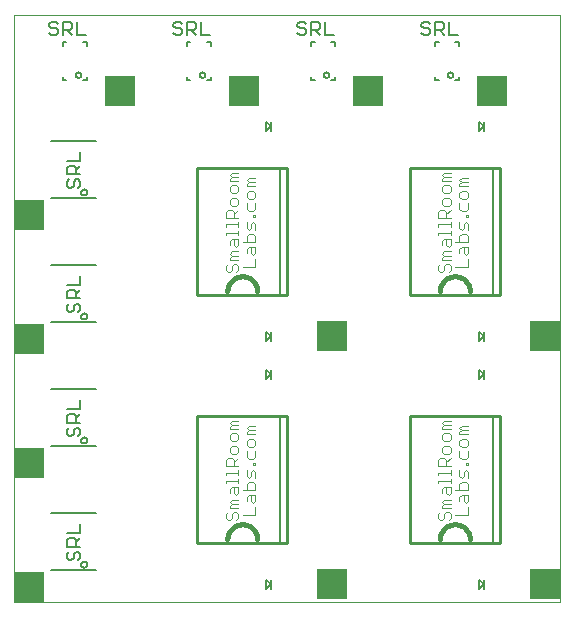
<source format=gto>
G75*
G70*
%OFA0B0*%
%FSLAX24Y24*%
%IPPOS*%
%LPD*%
%AMOC8*
5,1,8,0,0,1.08239X$1,22.5*
%
%ADD10C,0.0000*%
%ADD11R,0.1000X0.1000*%
%ADD12C,0.0070*%
%ADD13C,0.0060*%
%ADD14C,0.0160*%
%ADD15C,0.0100*%
%ADD16C,0.0040*%
%ADD17C,0.0080*%
%ADD18C,0.0050*%
D10*
X000141Y000101D02*
X000141Y019687D01*
X018350Y019687D01*
X018350Y000101D01*
X000141Y000101D01*
D11*
X000641Y000601D03*
X000641Y004735D03*
X000641Y008869D03*
X000641Y013002D03*
X003677Y017136D03*
X007810Y017136D03*
X011944Y017136D03*
X016078Y017136D03*
X017850Y008967D03*
X010763Y008967D03*
X010763Y000699D03*
X017850Y000699D03*
D12*
X014940Y019021D02*
X014653Y019021D01*
X014653Y019452D01*
X014479Y019380D02*
X014479Y019236D01*
X014407Y019165D01*
X014192Y019165D01*
X014336Y019165D02*
X014479Y019021D01*
X014479Y019380D02*
X014407Y019452D01*
X014192Y019452D01*
X014192Y019021D01*
X014019Y019093D02*
X013947Y019021D01*
X013804Y019021D01*
X013732Y019093D01*
X013804Y019236D02*
X013947Y019236D01*
X014019Y019165D01*
X014019Y019093D01*
X013804Y019236D02*
X013732Y019308D01*
X013732Y019380D01*
X013804Y019452D01*
X013947Y019452D01*
X014019Y019380D01*
X010806Y019021D02*
X010519Y019021D01*
X010519Y019452D01*
X010345Y019380D02*
X010345Y019236D01*
X010274Y019165D01*
X010058Y019165D01*
X010058Y019021D02*
X010058Y019452D01*
X010274Y019452D01*
X010345Y019380D01*
X010202Y019165D02*
X010345Y019021D01*
X009885Y019093D02*
X009813Y019021D01*
X009670Y019021D01*
X009598Y019093D01*
X009670Y019236D02*
X009598Y019308D01*
X009598Y019380D01*
X009670Y019452D01*
X009813Y019452D01*
X009885Y019380D01*
X009813Y019236D02*
X009885Y019165D01*
X009885Y019093D01*
X009813Y019236D02*
X009670Y019236D01*
X006672Y019021D02*
X006385Y019021D01*
X006385Y019452D01*
X006211Y019380D02*
X006211Y019236D01*
X006140Y019165D01*
X005925Y019165D01*
X006068Y019165D02*
X006211Y019021D01*
X005925Y019021D02*
X005925Y019452D01*
X006140Y019452D01*
X006211Y019380D01*
X005751Y019380D02*
X005679Y019452D01*
X005536Y019452D01*
X005464Y019380D01*
X005464Y019308D01*
X005536Y019236D01*
X005679Y019236D01*
X005751Y019165D01*
X005751Y019093D01*
X005679Y019021D01*
X005536Y019021D01*
X005464Y019093D01*
X002538Y019021D02*
X002251Y019021D01*
X002251Y019452D01*
X002078Y019380D02*
X002078Y019236D01*
X002006Y019165D01*
X001791Y019165D01*
X001934Y019165D02*
X002078Y019021D01*
X002078Y019380D02*
X002006Y019452D01*
X001791Y019452D01*
X001791Y019021D01*
X001617Y019093D02*
X001546Y019021D01*
X001402Y019021D01*
X001330Y019093D01*
X001402Y019236D02*
X001546Y019236D01*
X001617Y019165D01*
X001617Y019093D01*
X001402Y019236D02*
X001330Y019308D01*
X001330Y019380D01*
X001402Y019452D01*
X001546Y019452D01*
X001617Y019380D01*
D13*
X002361Y015116D02*
X002361Y014822D01*
X001921Y014822D01*
X001994Y014655D02*
X002141Y014655D01*
X002214Y014582D01*
X002214Y014362D01*
X002214Y014508D02*
X002361Y014655D01*
X002361Y014362D02*
X001921Y014362D01*
X001921Y014582D01*
X001994Y014655D01*
X001994Y014195D02*
X001921Y014121D01*
X001921Y013975D01*
X001994Y013901D01*
X002068Y013901D01*
X002141Y013975D01*
X002141Y014121D01*
X002214Y014195D01*
X002288Y014195D01*
X002361Y014121D01*
X002361Y013975D01*
X002288Y013901D01*
X002361Y010982D02*
X002361Y010688D01*
X001921Y010688D01*
X001994Y010521D02*
X002141Y010521D01*
X002214Y010448D01*
X002214Y010228D01*
X002214Y010374D02*
X002361Y010521D01*
X002361Y010228D02*
X001921Y010228D01*
X001921Y010448D01*
X001994Y010521D01*
X001994Y010061D02*
X001921Y009988D01*
X001921Y009841D01*
X001994Y009767D01*
X002068Y009767D01*
X002141Y009841D01*
X002141Y009988D01*
X002214Y010061D01*
X002288Y010061D01*
X002361Y009988D01*
X002361Y009841D01*
X002288Y009767D01*
X002361Y006848D02*
X002361Y006554D01*
X001921Y006554D01*
X001994Y006387D02*
X002141Y006387D01*
X002214Y006314D01*
X002214Y006094D01*
X002214Y006241D02*
X002361Y006387D01*
X002361Y006094D02*
X001921Y006094D01*
X001921Y006314D01*
X001994Y006387D01*
X001994Y005927D02*
X001921Y005854D01*
X001921Y005707D01*
X001994Y005634D01*
X002068Y005634D01*
X002141Y005707D01*
X002141Y005854D01*
X002214Y005927D01*
X002288Y005927D01*
X002361Y005854D01*
X002361Y005707D01*
X002288Y005634D01*
X002361Y002714D02*
X002361Y002420D01*
X001921Y002420D01*
X001994Y002254D02*
X002141Y002254D01*
X002214Y002180D01*
X002214Y001960D01*
X002214Y002107D02*
X002361Y002254D01*
X002361Y001960D02*
X001921Y001960D01*
X001921Y002180D01*
X001994Y002254D01*
X001994Y001793D02*
X001921Y001720D01*
X001921Y001573D01*
X001994Y001500D01*
X002068Y001500D01*
X002141Y001573D01*
X002141Y001720D01*
X002214Y001793D01*
X002288Y001793D01*
X002361Y001720D01*
X002361Y001573D01*
X002288Y001500D01*
D14*
X007263Y002199D02*
X007265Y002243D01*
X007271Y002286D01*
X007280Y002328D01*
X007293Y002370D01*
X007310Y002410D01*
X007330Y002449D01*
X007353Y002486D01*
X007380Y002520D01*
X007409Y002553D01*
X007442Y002582D01*
X007476Y002609D01*
X007513Y002632D01*
X007552Y002652D01*
X007592Y002669D01*
X007634Y002682D01*
X007676Y002691D01*
X007719Y002697D01*
X007763Y002699D01*
X007807Y002697D01*
X007850Y002691D01*
X007892Y002682D01*
X007934Y002669D01*
X007974Y002652D01*
X008013Y002632D01*
X008050Y002609D01*
X008084Y002582D01*
X008117Y002553D01*
X008146Y002520D01*
X008173Y002486D01*
X008196Y002449D01*
X008216Y002410D01*
X008233Y002370D01*
X008246Y002328D01*
X008255Y002286D01*
X008261Y002243D01*
X008263Y002199D01*
X014350Y002199D02*
X014352Y002243D01*
X014358Y002286D01*
X014367Y002328D01*
X014380Y002370D01*
X014397Y002410D01*
X014417Y002449D01*
X014440Y002486D01*
X014467Y002520D01*
X014496Y002553D01*
X014529Y002582D01*
X014563Y002609D01*
X014600Y002632D01*
X014639Y002652D01*
X014679Y002669D01*
X014721Y002682D01*
X014763Y002691D01*
X014806Y002697D01*
X014850Y002699D01*
X014894Y002697D01*
X014937Y002691D01*
X014979Y002682D01*
X015021Y002669D01*
X015061Y002652D01*
X015100Y002632D01*
X015137Y002609D01*
X015171Y002582D01*
X015204Y002553D01*
X015233Y002520D01*
X015260Y002486D01*
X015283Y002449D01*
X015303Y002410D01*
X015320Y002370D01*
X015333Y002328D01*
X015342Y002286D01*
X015348Y002243D01*
X015350Y002199D01*
X015350Y010467D02*
X015348Y010511D01*
X015342Y010554D01*
X015333Y010596D01*
X015320Y010638D01*
X015303Y010678D01*
X015283Y010717D01*
X015260Y010754D01*
X015233Y010788D01*
X015204Y010821D01*
X015171Y010850D01*
X015137Y010877D01*
X015100Y010900D01*
X015061Y010920D01*
X015021Y010937D01*
X014979Y010950D01*
X014937Y010959D01*
X014894Y010965D01*
X014850Y010967D01*
X014806Y010965D01*
X014763Y010959D01*
X014721Y010950D01*
X014679Y010937D01*
X014639Y010920D01*
X014600Y010900D01*
X014563Y010877D01*
X014529Y010850D01*
X014496Y010821D01*
X014467Y010788D01*
X014440Y010754D01*
X014417Y010717D01*
X014397Y010678D01*
X014380Y010638D01*
X014367Y010596D01*
X014358Y010554D01*
X014352Y010511D01*
X014350Y010467D01*
X008263Y010467D02*
X008261Y010511D01*
X008255Y010554D01*
X008246Y010596D01*
X008233Y010638D01*
X008216Y010678D01*
X008196Y010717D01*
X008173Y010754D01*
X008146Y010788D01*
X008117Y010821D01*
X008084Y010850D01*
X008050Y010877D01*
X008013Y010900D01*
X007974Y010920D01*
X007934Y010937D01*
X007892Y010950D01*
X007850Y010959D01*
X007807Y010965D01*
X007763Y010967D01*
X007719Y010965D01*
X007676Y010959D01*
X007634Y010950D01*
X007592Y010937D01*
X007552Y010920D01*
X007513Y010900D01*
X007476Y010877D01*
X007442Y010850D01*
X007409Y010821D01*
X007380Y010788D01*
X007353Y010754D01*
X007330Y010717D01*
X007310Y010678D01*
X007293Y010638D01*
X007280Y010596D01*
X007271Y010554D01*
X007265Y010511D01*
X007263Y010467D01*
D15*
X006263Y010342D02*
X006263Y014592D01*
X009263Y014592D01*
X009263Y010342D01*
X006263Y010342D01*
X006263Y006324D02*
X009263Y006324D01*
X009263Y002074D01*
X006263Y002074D01*
X006263Y006324D01*
X013350Y006324D02*
X013350Y002074D01*
X016350Y002074D01*
X016350Y006324D01*
X013350Y006324D01*
X013350Y010342D02*
X013350Y014592D01*
X016350Y014592D01*
X016350Y010342D01*
X013350Y010342D01*
D16*
X014294Y011175D02*
X014294Y011312D01*
X014363Y011380D01*
X014500Y011312D02*
X014500Y011175D01*
X014431Y011107D01*
X014363Y011107D01*
X014294Y011175D01*
X014500Y011312D02*
X014568Y011380D01*
X014636Y011380D01*
X014705Y011312D01*
X014705Y011175D01*
X014636Y011107D01*
X014864Y011272D02*
X015275Y011272D01*
X015275Y011545D01*
X015206Y011686D02*
X015138Y011755D01*
X015138Y011960D01*
X015070Y011960D02*
X015275Y011960D01*
X015275Y011755D01*
X015206Y011686D01*
X015001Y011755D02*
X015001Y011891D01*
X015070Y011960D01*
X015001Y012101D02*
X015001Y012306D01*
X015070Y012374D01*
X015206Y012374D01*
X015275Y012306D01*
X015275Y012101D01*
X014864Y012101D01*
X014705Y012004D02*
X014636Y011936D01*
X014568Y012004D01*
X014568Y012209D01*
X014500Y012209D02*
X014705Y012209D01*
X014705Y012004D01*
X014705Y011795D02*
X014500Y011795D01*
X014431Y011726D01*
X014500Y011658D01*
X014705Y011658D01*
X014705Y011521D02*
X014431Y011521D01*
X014431Y011590D01*
X014500Y011658D01*
X014431Y012004D02*
X014431Y012141D01*
X014500Y012209D01*
X014705Y012350D02*
X014705Y012487D01*
X014705Y012418D02*
X014294Y012418D01*
X014294Y012350D01*
X014294Y012626D02*
X014294Y012695D01*
X014705Y012695D01*
X014705Y012763D02*
X014705Y012626D01*
X014705Y012902D02*
X014294Y012902D01*
X014294Y013108D01*
X014363Y013176D01*
X014500Y013176D01*
X014568Y013108D01*
X014568Y012902D01*
X014568Y013039D02*
X014705Y013176D01*
X014636Y013317D02*
X014500Y013317D01*
X014431Y013385D01*
X014431Y013522D01*
X014500Y013590D01*
X014636Y013590D01*
X014705Y013522D01*
X014705Y013385D01*
X014636Y013317D01*
X015001Y013410D02*
X015001Y013205D01*
X015070Y013136D01*
X015206Y013136D01*
X015275Y013205D01*
X015275Y013410D01*
X015206Y013551D02*
X015070Y013551D01*
X015001Y013619D01*
X015001Y013756D01*
X015070Y013824D01*
X015206Y013824D01*
X015275Y013756D01*
X015275Y013619D01*
X015206Y013551D01*
X015275Y013965D02*
X015001Y013965D01*
X015001Y014033D01*
X015070Y014102D01*
X015001Y014170D01*
X015070Y014239D01*
X015275Y014239D01*
X015275Y014102D02*
X015070Y014102D01*
X014705Y014145D02*
X014431Y014145D01*
X014431Y014214D01*
X014500Y014282D01*
X014431Y014351D01*
X014500Y014419D01*
X014705Y014419D01*
X014705Y014282D02*
X014500Y014282D01*
X014500Y014005D02*
X014431Y013936D01*
X014431Y013799D01*
X014500Y013731D01*
X014636Y013731D01*
X014705Y013799D01*
X014705Y013936D01*
X014636Y014005D01*
X014500Y014005D01*
X015206Y012998D02*
X015275Y012998D01*
X015275Y012929D01*
X015206Y012929D01*
X015206Y012998D01*
X015206Y012788D02*
X015138Y012720D01*
X015138Y012583D01*
X015070Y012515D01*
X015001Y012583D01*
X015001Y012788D01*
X015206Y012788D02*
X015275Y012720D01*
X015275Y012515D01*
X014705Y006151D02*
X014500Y006151D01*
X014431Y006083D01*
X014500Y006014D01*
X014705Y006014D01*
X014705Y005878D02*
X014431Y005878D01*
X014431Y005946D01*
X014500Y006014D01*
X014500Y005737D02*
X014431Y005668D01*
X014431Y005532D01*
X014500Y005463D01*
X014636Y005463D01*
X014705Y005532D01*
X014705Y005668D01*
X014636Y005737D01*
X014500Y005737D01*
X014500Y005323D02*
X014431Y005254D01*
X014431Y005117D01*
X014500Y005049D01*
X014636Y005049D01*
X014705Y005117D01*
X014705Y005254D01*
X014636Y005323D01*
X014500Y005323D01*
X014500Y004908D02*
X014363Y004908D01*
X014294Y004840D01*
X014294Y004635D01*
X014705Y004635D01*
X014568Y004635D02*
X014568Y004840D01*
X014500Y004908D01*
X014568Y004771D02*
X014705Y004908D01*
X015001Y004937D02*
X015070Y004869D01*
X015206Y004869D01*
X015275Y004937D01*
X015275Y005142D01*
X015206Y005283D02*
X015070Y005283D01*
X015001Y005351D01*
X015001Y005488D01*
X015070Y005557D01*
X015206Y005557D01*
X015275Y005488D01*
X015275Y005351D01*
X015206Y005283D01*
X015001Y005142D02*
X015001Y004937D01*
X015206Y004730D02*
X015275Y004730D01*
X015275Y004662D01*
X015206Y004662D01*
X015206Y004730D01*
X015206Y004521D02*
X015138Y004452D01*
X015138Y004316D01*
X015070Y004247D01*
X015001Y004316D01*
X015001Y004521D01*
X015206Y004521D02*
X015275Y004452D01*
X015275Y004247D01*
X015206Y004106D02*
X015070Y004106D01*
X015001Y004038D01*
X015001Y003833D01*
X014864Y003833D02*
X015275Y003833D01*
X015275Y004038D01*
X015206Y004106D01*
X015138Y003692D02*
X015138Y003487D01*
X015206Y003419D01*
X015275Y003487D01*
X015275Y003692D01*
X015070Y003692D01*
X015001Y003624D01*
X015001Y003487D01*
X015275Y003278D02*
X015275Y003004D01*
X014864Y003004D01*
X014705Y003044D02*
X014705Y002908D01*
X014636Y002839D01*
X014500Y002908D02*
X014500Y003044D01*
X014568Y003113D01*
X014636Y003113D01*
X014705Y003044D01*
X014705Y003254D02*
X014431Y003254D01*
X014431Y003322D01*
X014500Y003390D01*
X014431Y003459D01*
X014500Y003527D01*
X014705Y003527D01*
X014705Y003390D02*
X014500Y003390D01*
X014636Y003668D02*
X014568Y003736D01*
X014568Y003941D01*
X014500Y003941D02*
X014705Y003941D01*
X014705Y003736D01*
X014636Y003668D01*
X014431Y003736D02*
X014431Y003873D01*
X014500Y003941D01*
X014705Y004082D02*
X014705Y004219D01*
X014705Y004151D02*
X014294Y004151D01*
X014294Y004082D01*
X014294Y004358D02*
X014294Y004427D01*
X014705Y004427D01*
X014705Y004495D02*
X014705Y004358D01*
X015001Y005697D02*
X015001Y005766D01*
X015070Y005834D01*
X015001Y005903D01*
X015070Y005971D01*
X015275Y005971D01*
X015275Y005834D02*
X015070Y005834D01*
X015001Y005697D02*
X015275Y005697D01*
X014363Y003113D02*
X014294Y003044D01*
X014294Y002908D01*
X014363Y002839D01*
X014431Y002839D01*
X014500Y002908D01*
X008188Y003004D02*
X008188Y003278D01*
X008120Y003419D02*
X008051Y003487D01*
X008051Y003692D01*
X007983Y003692D02*
X008188Y003692D01*
X008188Y003487D01*
X008120Y003419D01*
X007915Y003487D02*
X007915Y003624D01*
X007983Y003692D01*
X007915Y003833D02*
X007915Y004038D01*
X007983Y004106D01*
X008120Y004106D01*
X008188Y004038D01*
X008188Y003833D01*
X007778Y003833D01*
X007618Y003736D02*
X007550Y003668D01*
X007481Y003736D01*
X007481Y003941D01*
X007413Y003941D02*
X007618Y003941D01*
X007618Y003736D01*
X007618Y003527D02*
X007413Y003527D01*
X007345Y003459D01*
X007413Y003390D01*
X007618Y003390D01*
X007618Y003254D02*
X007345Y003254D01*
X007345Y003322D01*
X007413Y003390D01*
X007345Y003736D02*
X007345Y003873D01*
X007413Y003941D01*
X007208Y004082D02*
X007208Y004151D01*
X007618Y004151D01*
X007618Y004219D02*
X007618Y004082D01*
X007915Y004316D02*
X007915Y004521D01*
X008051Y004452D02*
X008051Y004316D01*
X007983Y004247D01*
X007915Y004316D01*
X008051Y004452D02*
X008120Y004521D01*
X008188Y004452D01*
X008188Y004247D01*
X008188Y004662D02*
X008120Y004662D01*
X008120Y004730D01*
X008188Y004730D01*
X008188Y004662D01*
X008120Y004869D02*
X008188Y004937D01*
X008188Y005142D01*
X008120Y005283D02*
X008188Y005351D01*
X008188Y005488D01*
X008120Y005557D01*
X007983Y005557D01*
X007915Y005488D01*
X007915Y005351D01*
X007983Y005283D01*
X008120Y005283D01*
X007915Y005142D02*
X007915Y004937D01*
X007983Y004869D01*
X008120Y004869D01*
X007618Y004908D02*
X007481Y004771D01*
X007481Y004840D02*
X007481Y004635D01*
X007618Y004635D02*
X007208Y004635D01*
X007208Y004840D01*
X007276Y004908D01*
X007413Y004908D01*
X007481Y004840D01*
X007413Y005049D02*
X007345Y005117D01*
X007345Y005254D01*
X007413Y005323D01*
X007550Y005323D01*
X007618Y005254D01*
X007618Y005117D01*
X007550Y005049D01*
X007413Y005049D01*
X007413Y005463D02*
X007345Y005532D01*
X007345Y005668D01*
X007413Y005737D01*
X007550Y005737D01*
X007618Y005668D01*
X007618Y005532D01*
X007550Y005463D01*
X007413Y005463D01*
X007345Y005878D02*
X007345Y005946D01*
X007413Y006014D01*
X007345Y006083D01*
X007413Y006151D01*
X007618Y006151D01*
X007618Y006014D02*
X007413Y006014D01*
X007345Y005878D02*
X007618Y005878D01*
X007915Y005903D02*
X007983Y005971D01*
X008188Y005971D01*
X008188Y005834D02*
X007983Y005834D01*
X007915Y005903D01*
X007983Y005834D02*
X007915Y005766D01*
X007915Y005697D01*
X008188Y005697D01*
X007618Y004495D02*
X007618Y004358D01*
X007618Y004427D02*
X007208Y004427D01*
X007208Y004358D01*
X007276Y003113D02*
X007208Y003044D01*
X007208Y002908D01*
X007276Y002839D01*
X007345Y002839D01*
X007413Y002908D01*
X007413Y003044D01*
X007481Y003113D01*
X007550Y003113D01*
X007618Y003044D01*
X007618Y002908D01*
X007550Y002839D01*
X007778Y003004D02*
X008188Y003004D01*
X007550Y011107D02*
X007618Y011175D01*
X007618Y011312D01*
X007550Y011380D01*
X007481Y011380D01*
X007413Y011312D01*
X007413Y011175D01*
X007345Y011107D01*
X007276Y011107D01*
X007208Y011175D01*
X007208Y011312D01*
X007276Y011380D01*
X007345Y011521D02*
X007345Y011590D01*
X007413Y011658D01*
X007345Y011726D01*
X007413Y011795D01*
X007618Y011795D01*
X007618Y011658D02*
X007413Y011658D01*
X007345Y011521D02*
X007618Y011521D01*
X007915Y011755D02*
X007915Y011891D01*
X007983Y011960D01*
X008188Y011960D01*
X008188Y011755D01*
X008120Y011686D01*
X008051Y011755D01*
X008051Y011960D01*
X007915Y012101D02*
X007915Y012306D01*
X007983Y012374D01*
X008120Y012374D01*
X008188Y012306D01*
X008188Y012101D01*
X007778Y012101D01*
X007618Y012004D02*
X007550Y011936D01*
X007481Y012004D01*
X007481Y012209D01*
X007413Y012209D02*
X007618Y012209D01*
X007618Y012004D01*
X007413Y012209D02*
X007345Y012141D01*
X007345Y012004D01*
X007208Y012350D02*
X007208Y012418D01*
X007618Y012418D01*
X007618Y012350D02*
X007618Y012487D01*
X007618Y012626D02*
X007618Y012763D01*
X007618Y012695D02*
X007208Y012695D01*
X007208Y012626D01*
X007208Y012902D02*
X007208Y013108D01*
X007276Y013176D01*
X007413Y013176D01*
X007481Y013108D01*
X007481Y012902D01*
X007481Y013039D02*
X007618Y013176D01*
X007550Y013317D02*
X007618Y013385D01*
X007618Y013522D01*
X007550Y013590D01*
X007413Y013590D01*
X007345Y013522D01*
X007345Y013385D01*
X007413Y013317D01*
X007550Y013317D01*
X007915Y013410D02*
X007915Y013205D01*
X007983Y013136D01*
X008120Y013136D01*
X008188Y013205D01*
X008188Y013410D01*
X008120Y013551D02*
X008188Y013619D01*
X008188Y013756D01*
X008120Y013824D01*
X007983Y013824D01*
X007915Y013756D01*
X007915Y013619D01*
X007983Y013551D01*
X008120Y013551D01*
X008188Y013965D02*
X007915Y013965D01*
X007915Y014033D01*
X007983Y014102D01*
X007915Y014170D01*
X007983Y014239D01*
X008188Y014239D01*
X008188Y014102D02*
X007983Y014102D01*
X007618Y014145D02*
X007345Y014145D01*
X007345Y014214D01*
X007413Y014282D01*
X007345Y014351D01*
X007413Y014419D01*
X007618Y014419D01*
X007618Y014282D02*
X007413Y014282D01*
X007413Y014005D02*
X007345Y013936D01*
X007345Y013799D01*
X007413Y013731D01*
X007550Y013731D01*
X007618Y013799D01*
X007618Y013936D01*
X007550Y014005D01*
X007413Y014005D01*
X007618Y012902D02*
X007208Y012902D01*
X007915Y012788D02*
X007915Y012583D01*
X007983Y012515D01*
X008051Y012583D01*
X008051Y012720D01*
X008120Y012788D01*
X008188Y012720D01*
X008188Y012515D01*
X008188Y012929D02*
X008120Y012929D01*
X008120Y012998D01*
X008188Y012998D01*
X008188Y012929D01*
X008188Y011545D02*
X008188Y011272D01*
X007778Y011272D01*
D17*
X009023Y010424D02*
X009023Y014510D01*
X010051Y017506D02*
X010169Y017506D01*
X010051Y017506D02*
X010051Y017624D01*
X010482Y017677D02*
X010484Y017695D01*
X010490Y017713D01*
X010499Y017729D01*
X010511Y017742D01*
X010526Y017753D01*
X010543Y017761D01*
X010561Y017765D01*
X010579Y017765D01*
X010597Y017761D01*
X010614Y017753D01*
X010629Y017742D01*
X010641Y017729D01*
X010650Y017713D01*
X010656Y017695D01*
X010658Y017677D01*
X010656Y017659D01*
X010650Y017641D01*
X010641Y017625D01*
X010629Y017612D01*
X010614Y017601D01*
X010597Y017593D01*
X010579Y017589D01*
X010561Y017589D01*
X010543Y017593D01*
X010526Y017601D01*
X010511Y017612D01*
X010499Y017625D01*
X010490Y017641D01*
X010484Y017659D01*
X010482Y017677D01*
X010720Y017506D02*
X010838Y017506D01*
X010838Y017624D01*
X010838Y018648D02*
X010838Y018766D01*
X010720Y018766D01*
X010169Y018766D02*
X010051Y018766D01*
X010051Y018648D01*
X006704Y018648D02*
X006704Y018766D01*
X006586Y018766D01*
X006035Y018766D02*
X005917Y018766D01*
X005917Y018648D01*
X005917Y017624D02*
X005917Y017506D01*
X006035Y017506D01*
X006348Y017677D02*
X006350Y017695D01*
X006356Y017713D01*
X006365Y017729D01*
X006377Y017742D01*
X006392Y017753D01*
X006409Y017761D01*
X006427Y017765D01*
X006445Y017765D01*
X006463Y017761D01*
X006480Y017753D01*
X006495Y017742D01*
X006507Y017729D01*
X006516Y017713D01*
X006522Y017695D01*
X006524Y017677D01*
X006522Y017659D01*
X006516Y017641D01*
X006507Y017625D01*
X006495Y017612D01*
X006480Y017601D01*
X006463Y017593D01*
X006445Y017589D01*
X006427Y017589D01*
X006409Y017593D01*
X006392Y017601D01*
X006377Y017612D01*
X006365Y017625D01*
X006356Y017641D01*
X006350Y017659D01*
X006348Y017677D01*
X006586Y017506D02*
X006704Y017506D01*
X006704Y017624D01*
X002570Y017624D02*
X002570Y017506D01*
X002452Y017506D01*
X002214Y017677D02*
X002216Y017695D01*
X002222Y017713D01*
X002231Y017729D01*
X002243Y017742D01*
X002258Y017753D01*
X002275Y017761D01*
X002293Y017765D01*
X002311Y017765D01*
X002329Y017761D01*
X002346Y017753D01*
X002361Y017742D01*
X002373Y017729D01*
X002382Y017713D01*
X002388Y017695D01*
X002390Y017677D01*
X002388Y017659D01*
X002382Y017641D01*
X002373Y017625D01*
X002361Y017612D01*
X002346Y017601D01*
X002329Y017593D01*
X002311Y017589D01*
X002293Y017589D01*
X002275Y017593D01*
X002258Y017601D01*
X002243Y017612D01*
X002231Y017625D01*
X002222Y017641D01*
X002216Y017659D01*
X002214Y017677D01*
X001901Y017506D02*
X001783Y017506D01*
X001783Y017624D01*
X001783Y018648D02*
X001783Y018766D01*
X001901Y018766D01*
X002452Y018766D02*
X002570Y018766D01*
X002570Y018648D01*
X014184Y018648D02*
X014184Y018766D01*
X014303Y018766D01*
X014854Y018766D02*
X014972Y018766D01*
X014972Y018648D01*
X014616Y017677D02*
X014618Y017695D01*
X014624Y017713D01*
X014633Y017729D01*
X014645Y017742D01*
X014660Y017753D01*
X014677Y017761D01*
X014695Y017765D01*
X014713Y017765D01*
X014731Y017761D01*
X014748Y017753D01*
X014763Y017742D01*
X014775Y017729D01*
X014784Y017713D01*
X014790Y017695D01*
X014792Y017677D01*
X014790Y017659D01*
X014784Y017641D01*
X014775Y017625D01*
X014763Y017612D01*
X014748Y017601D01*
X014731Y017593D01*
X014713Y017589D01*
X014695Y017589D01*
X014677Y017593D01*
X014660Y017601D01*
X014645Y017612D01*
X014633Y017625D01*
X014624Y017641D01*
X014618Y017659D01*
X014616Y017677D01*
X014854Y017506D02*
X014972Y017506D01*
X014972Y017624D01*
X014303Y017506D02*
X014184Y017506D01*
X014184Y017624D01*
X016110Y014510D02*
X016110Y010424D01*
X016110Y006243D02*
X016110Y002156D01*
X009023Y002156D02*
X009023Y006243D01*
D18*
X008717Y007542D02*
X008717Y007699D01*
X008559Y007542D01*
X008559Y007857D01*
X008717Y007699D01*
X008717Y007857D01*
X008717Y008809D02*
X008717Y008967D01*
X008559Y008809D01*
X008559Y009124D01*
X008717Y008967D01*
X008717Y009124D01*
X002889Y009444D02*
X001393Y009444D01*
X002391Y009629D02*
X002393Y009649D01*
X002399Y009667D01*
X002408Y009685D01*
X002420Y009700D01*
X002435Y009712D01*
X002453Y009721D01*
X002471Y009727D01*
X002491Y009729D01*
X002511Y009727D01*
X002529Y009721D01*
X002547Y009712D01*
X002562Y009700D01*
X002574Y009685D01*
X002583Y009667D01*
X002589Y009649D01*
X002591Y009629D01*
X002589Y009609D01*
X002583Y009591D01*
X002574Y009573D01*
X002562Y009558D01*
X002547Y009546D01*
X002529Y009537D01*
X002511Y009531D01*
X002491Y009529D01*
X002471Y009531D01*
X002453Y009537D01*
X002435Y009546D01*
X002420Y009558D01*
X002408Y009573D01*
X002399Y009591D01*
X002393Y009609D01*
X002391Y009629D01*
X002889Y011333D02*
X001393Y011333D01*
X001393Y013577D02*
X002889Y013577D01*
X002391Y013762D02*
X002393Y013782D01*
X002399Y013800D01*
X002408Y013818D01*
X002420Y013833D01*
X002435Y013845D01*
X002453Y013854D01*
X002471Y013860D01*
X002491Y013862D01*
X002511Y013860D01*
X002529Y013854D01*
X002547Y013845D01*
X002562Y013833D01*
X002574Y013818D01*
X002583Y013800D01*
X002589Y013782D01*
X002591Y013762D01*
X002589Y013742D01*
X002583Y013724D01*
X002574Y013706D01*
X002562Y013691D01*
X002547Y013679D01*
X002529Y013670D01*
X002511Y013664D01*
X002491Y013662D01*
X002471Y013664D01*
X002453Y013670D01*
X002435Y013679D01*
X002420Y013691D01*
X002408Y013706D01*
X002399Y013724D01*
X002393Y013742D01*
X002391Y013762D01*
X002889Y015467D02*
X001393Y015467D01*
X008559Y015809D02*
X008717Y015967D01*
X008559Y016124D01*
X008559Y015809D01*
X008717Y015809D02*
X008717Y015967D01*
X008717Y016124D01*
X015646Y016124D02*
X015646Y015809D01*
X015804Y015967D01*
X015646Y016124D01*
X015804Y016124D02*
X015804Y015967D01*
X015804Y015809D01*
X015804Y009124D02*
X015804Y008967D01*
X015646Y008809D01*
X015646Y009124D01*
X015804Y008967D01*
X015804Y008809D01*
X015804Y007857D02*
X015804Y007699D01*
X015646Y007542D01*
X015646Y007857D01*
X015804Y007699D01*
X015804Y007542D01*
X015804Y000857D02*
X015804Y000699D01*
X015646Y000542D01*
X015646Y000857D01*
X015804Y000699D01*
X015804Y000542D01*
X008717Y000542D02*
X008717Y000699D01*
X008559Y000542D01*
X008559Y000857D01*
X008717Y000699D01*
X008717Y000857D01*
X002889Y001176D02*
X001393Y001176D01*
X002391Y001361D02*
X002393Y001381D01*
X002399Y001399D01*
X002408Y001417D01*
X002420Y001432D01*
X002435Y001444D01*
X002453Y001453D01*
X002471Y001459D01*
X002491Y001461D01*
X002511Y001459D01*
X002529Y001453D01*
X002547Y001444D01*
X002562Y001432D01*
X002574Y001417D01*
X002583Y001399D01*
X002589Y001381D01*
X002591Y001361D01*
X002589Y001341D01*
X002583Y001323D01*
X002574Y001305D01*
X002562Y001290D01*
X002547Y001278D01*
X002529Y001269D01*
X002511Y001263D01*
X002491Y001261D01*
X002471Y001263D01*
X002453Y001269D01*
X002435Y001278D01*
X002420Y001290D01*
X002408Y001305D01*
X002399Y001323D01*
X002393Y001341D01*
X002391Y001361D01*
X002889Y003066D02*
X001393Y003066D01*
X001393Y005310D02*
X002889Y005310D01*
X002391Y005495D02*
X002393Y005515D01*
X002399Y005533D01*
X002408Y005551D01*
X002420Y005566D01*
X002435Y005578D01*
X002453Y005587D01*
X002471Y005593D01*
X002491Y005595D01*
X002511Y005593D01*
X002529Y005587D01*
X002547Y005578D01*
X002562Y005566D01*
X002574Y005551D01*
X002583Y005533D01*
X002589Y005515D01*
X002591Y005495D01*
X002589Y005475D01*
X002583Y005457D01*
X002574Y005439D01*
X002562Y005424D01*
X002547Y005412D01*
X002529Y005403D01*
X002511Y005397D01*
X002491Y005395D01*
X002471Y005397D01*
X002453Y005403D01*
X002435Y005412D01*
X002420Y005424D01*
X002408Y005439D01*
X002399Y005457D01*
X002393Y005475D01*
X002391Y005495D01*
X002889Y007200D02*
X001393Y007200D01*
M02*

</source>
